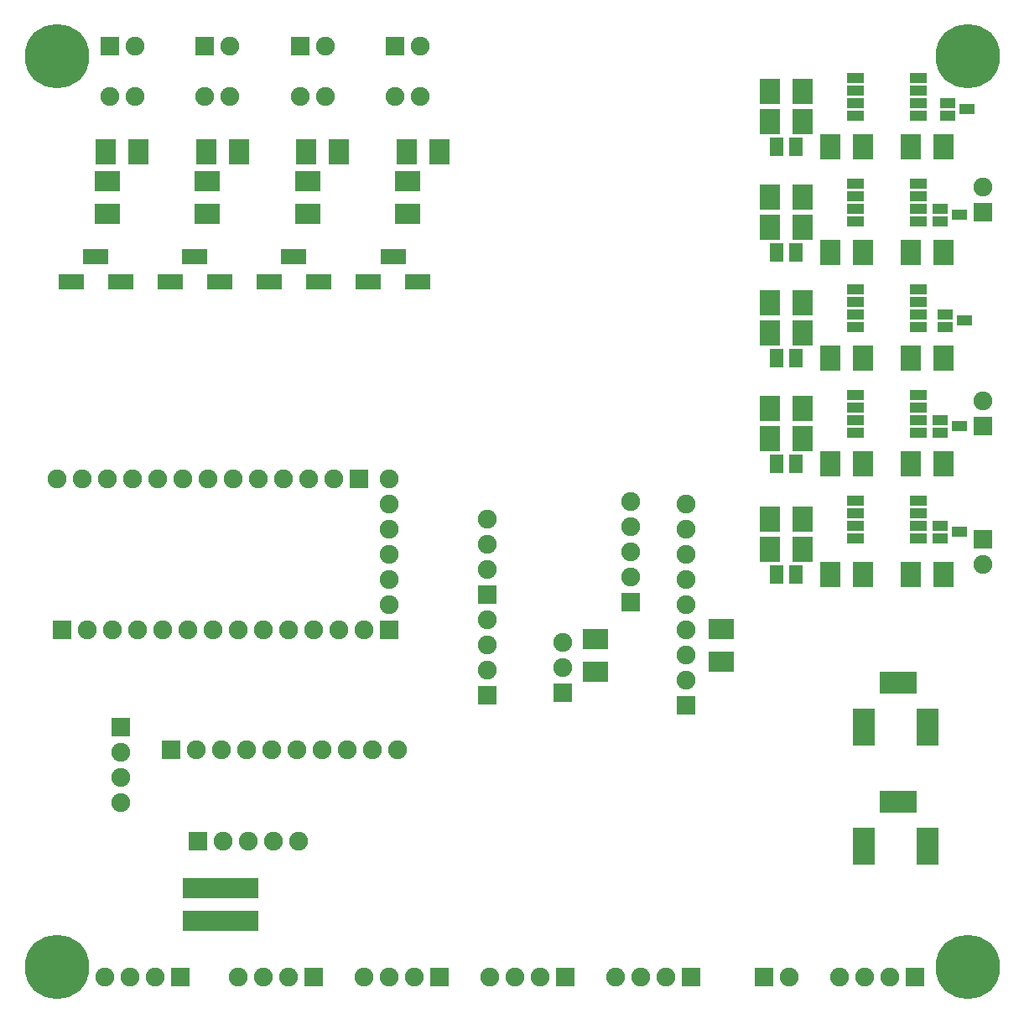
<source format=gts>
G04 #@! TF.FileFunction,Soldermask,Top*
%FSLAX46Y46*%
G04 Gerber Fmt 4.6, Leading zero omitted, Abs format (unit mm)*
G04 Created by KiCad (PCBNEW 4.0.6) date 04/09/17 13:57:39*
%MOMM*%
%LPD*%
G01*
G04 APERTURE LIST*
%ADD10C,0.150000*%
%ADD11R,1.905000X1.905000*%
%ADD12C,1.905000*%
%ADD13R,2.032000X2.540000*%
%ADD14R,2.540000X2.032000*%
%ADD15R,1.397000X1.905000*%
%ADD16R,1.651000X1.016000*%
%ADD17R,1.508760X1.107440*%
%ADD18C,6.507480*%
%ADD19R,2.308000X3.708000*%
%ADD20R,3.708000X2.308000*%
%ADD21R,2.508000X1.508000*%
G04 APERTURE END LIST*
D10*
D11*
X160020000Y-57150000D03*
D12*
X160020000Y-54610000D03*
D13*
X138557000Y-55626000D03*
X141859000Y-55626000D03*
X138557000Y-44958000D03*
X141859000Y-44958000D03*
X141859000Y-91186000D03*
X138557000Y-91186000D03*
X141859000Y-80010000D03*
X138557000Y-80010000D03*
X141859000Y-69342000D03*
X138557000Y-69342000D03*
X141859000Y-58674000D03*
X138557000Y-58674000D03*
X141859000Y-48006000D03*
X138557000Y-48006000D03*
X156083000Y-93726000D03*
X152781000Y-93726000D03*
X156083000Y-82550000D03*
X152781000Y-82550000D03*
X156083000Y-71882000D03*
X152781000Y-71882000D03*
X156083000Y-61214000D03*
X152781000Y-61214000D03*
X156083000Y-50546000D03*
X152781000Y-50546000D03*
D14*
X81756000Y-53975000D03*
X81756000Y-57277000D03*
D13*
X84931000Y-51054000D03*
X81629000Y-51054000D03*
D14*
X120904000Y-100203000D03*
X120904000Y-103505000D03*
D13*
X138557000Y-66294000D03*
X141859000Y-66294000D03*
X138557000Y-76962000D03*
X141859000Y-76962000D03*
X138557000Y-88138000D03*
X141859000Y-88138000D03*
X147955000Y-50546000D03*
X144653000Y-50546000D03*
X147955000Y-61214000D03*
X144653000Y-61214000D03*
X147955000Y-71882000D03*
X144653000Y-71882000D03*
X147955000Y-82550000D03*
X144653000Y-82550000D03*
X147955000Y-93726000D03*
X144653000Y-93726000D03*
X95059000Y-51054000D03*
X91757000Y-51054000D03*
D14*
X91884000Y-53975000D03*
X91884000Y-57277000D03*
D13*
X105187000Y-51054000D03*
X101885000Y-51054000D03*
D14*
X102012000Y-53975000D03*
X102012000Y-57277000D03*
D13*
X74803000Y-51054000D03*
X71501000Y-51054000D03*
D14*
X71628000Y-53975000D03*
X71628000Y-57277000D03*
X133604000Y-99187000D03*
X133604000Y-102489000D03*
X80518000Y-125349000D03*
X80518000Y-128651000D03*
X83058000Y-125349000D03*
X83058000Y-128651000D03*
X85598000Y-125349000D03*
X85598000Y-128651000D03*
D15*
X141160500Y-50546000D03*
X139255500Y-50546000D03*
X141160500Y-61214000D03*
X139255500Y-61214000D03*
X141160500Y-71882000D03*
X139255500Y-71882000D03*
X141160500Y-82550000D03*
X139255500Y-82550000D03*
X141160500Y-93726000D03*
X139255500Y-93726000D03*
D11*
X130048000Y-106934000D03*
D12*
X130048000Y-104394000D03*
X130048000Y-101854000D03*
X130048000Y-99314000D03*
X130048000Y-96774000D03*
X130048000Y-94234000D03*
X130048000Y-91694000D03*
X130048000Y-89154000D03*
X130048000Y-86614000D03*
D11*
X100076000Y-99314000D03*
D12*
X100076000Y-96774000D03*
X100076000Y-94234000D03*
X100076000Y-91694000D03*
X100076000Y-89154000D03*
X100076000Y-86614000D03*
X100076000Y-84074000D03*
D11*
X124460000Y-96520000D03*
D12*
X124460000Y-93980000D03*
X124460000Y-91440000D03*
X124460000Y-88900000D03*
X124460000Y-86360000D03*
D11*
X80772000Y-120650000D03*
D12*
X83312000Y-120650000D03*
X85852000Y-120650000D03*
X88392000Y-120650000D03*
X90932000Y-120650000D03*
D11*
X117856000Y-134366000D03*
D12*
X115316000Y-134366000D03*
X112776000Y-134366000D03*
X110236000Y-134366000D03*
D11*
X130556000Y-134366000D03*
D12*
X128016000Y-134366000D03*
X125476000Y-134366000D03*
X122936000Y-134366000D03*
D11*
X105156000Y-134366000D03*
D12*
X102616000Y-134366000D03*
X100076000Y-134366000D03*
X97536000Y-134366000D03*
D11*
X92456000Y-134366000D03*
D12*
X89916000Y-134366000D03*
X87376000Y-134366000D03*
X84836000Y-134366000D03*
D11*
X78994000Y-134366000D03*
D12*
X76454000Y-134366000D03*
X73914000Y-134366000D03*
X71374000Y-134366000D03*
D11*
X109982000Y-105918000D03*
D12*
X109982000Y-103378000D03*
X109982000Y-100838000D03*
X109982000Y-98298000D03*
D11*
X109982000Y-95758000D03*
D12*
X109982000Y-93218000D03*
X109982000Y-90678000D03*
X109982000Y-88138000D03*
D11*
X153162000Y-134366000D03*
D12*
X150622000Y-134366000D03*
X148082000Y-134366000D03*
X145542000Y-134366000D03*
D11*
X73025000Y-109093000D03*
D12*
X73025000Y-111633000D03*
X73025000Y-114173000D03*
X73025000Y-116713000D03*
D11*
X117602000Y-105664000D03*
D12*
X117602000Y-103124000D03*
X117602000Y-100584000D03*
D11*
X71882000Y-40386000D03*
D12*
X74422000Y-40386000D03*
D11*
X137922000Y-134366000D03*
D12*
X140462000Y-134366000D03*
D11*
X81502000Y-40386000D03*
D12*
X84042000Y-40386000D03*
D11*
X160020000Y-90170000D03*
D12*
X160020000Y-92710000D03*
D11*
X91122000Y-40386000D03*
D12*
X93662000Y-40386000D03*
D11*
X160020000Y-78740000D03*
D12*
X160020000Y-76200000D03*
D11*
X100742000Y-40386000D03*
D12*
X103282000Y-40386000D03*
D11*
X67056000Y-99314000D03*
D12*
X69596000Y-99314000D03*
X72136000Y-99314000D03*
X74676000Y-99314000D03*
X77216000Y-99314000D03*
X79756000Y-99314000D03*
X82296000Y-99314000D03*
X84836000Y-99314000D03*
X87376000Y-99314000D03*
X89916000Y-99314000D03*
X92456000Y-99314000D03*
X94996000Y-99314000D03*
X97536000Y-99314000D03*
D11*
X97028000Y-84074000D03*
D12*
X94488000Y-84074000D03*
X91948000Y-84074000D03*
X89408000Y-84074000D03*
X86868000Y-84074000D03*
X84328000Y-84074000D03*
X81788000Y-84074000D03*
X79248000Y-84074000D03*
X76708000Y-84074000D03*
X74168000Y-84074000D03*
X71628000Y-84074000D03*
X69088000Y-84074000D03*
X66548000Y-84074000D03*
D11*
X78105000Y-111379000D03*
D12*
X80645000Y-111379000D03*
X83185000Y-111379000D03*
X85725000Y-111379000D03*
X88265000Y-111379000D03*
X90805000Y-111379000D03*
X93345000Y-111379000D03*
X95885000Y-111379000D03*
X98425000Y-111379000D03*
X100965000Y-111379000D03*
X74422000Y-45466000D03*
X71882000Y-45466000D03*
X103282000Y-45466000D03*
X100742000Y-45466000D03*
X93662000Y-45466000D03*
X91122000Y-45466000D03*
X84042000Y-45466000D03*
X81502000Y-45466000D03*
D16*
X147193000Y-47371000D03*
X147193000Y-46101000D03*
X147193000Y-44831000D03*
X147193000Y-43561000D03*
X153543000Y-43561000D03*
X153543000Y-44831000D03*
X153543000Y-46101000D03*
X153543000Y-47371000D03*
X147193000Y-58039000D03*
X147193000Y-56769000D03*
X147193000Y-55499000D03*
X147193000Y-54229000D03*
X153543000Y-54229000D03*
X153543000Y-55499000D03*
X153543000Y-56769000D03*
X153543000Y-58039000D03*
X147193000Y-68707000D03*
X147193000Y-67437000D03*
X147193000Y-66167000D03*
X147193000Y-64897000D03*
X153543000Y-64897000D03*
X153543000Y-66167000D03*
X153543000Y-67437000D03*
X153543000Y-68707000D03*
X147193000Y-79375000D03*
X147193000Y-78105000D03*
X147193000Y-76835000D03*
X147193000Y-75565000D03*
X153543000Y-75565000D03*
X153543000Y-76835000D03*
X153543000Y-78105000D03*
X153543000Y-79375000D03*
X147193000Y-90043000D03*
X147193000Y-88773000D03*
X147193000Y-87503000D03*
X147193000Y-86233000D03*
X153543000Y-86233000D03*
X153543000Y-87503000D03*
X153543000Y-88773000D03*
X153543000Y-90043000D03*
D17*
X156530040Y-47386240D03*
X156530040Y-46085760D03*
X158429960Y-46736000D03*
X155768040Y-58054240D03*
X155768040Y-56753760D03*
X157667960Y-57404000D03*
X156276040Y-68722240D03*
X156276040Y-67421760D03*
X158175960Y-68072000D03*
X155768040Y-79390240D03*
X155768040Y-78089760D03*
X157667960Y-78740000D03*
X155768040Y-90058240D03*
X155768040Y-88757760D03*
X157667960Y-89408000D03*
D18*
X158496000Y-41402000D03*
X66548000Y-133350000D03*
X66548000Y-41402000D03*
X158496000Y-133350000D03*
D19*
X148000000Y-109100000D03*
X154500000Y-109100000D03*
D20*
X151500000Y-104600000D03*
D19*
X148000000Y-121100000D03*
X154500000Y-121100000D03*
D20*
X151500000Y-116600000D03*
D21*
X78000000Y-64100000D03*
X83000000Y-64100000D03*
X80500000Y-61600000D03*
X88000000Y-64100000D03*
X93000000Y-64100000D03*
X90500000Y-61600000D03*
X98000000Y-64100000D03*
X103000000Y-64100000D03*
X100500000Y-61600000D03*
X68000000Y-64100000D03*
X73000000Y-64100000D03*
X70500000Y-61600000D03*
M02*

</source>
